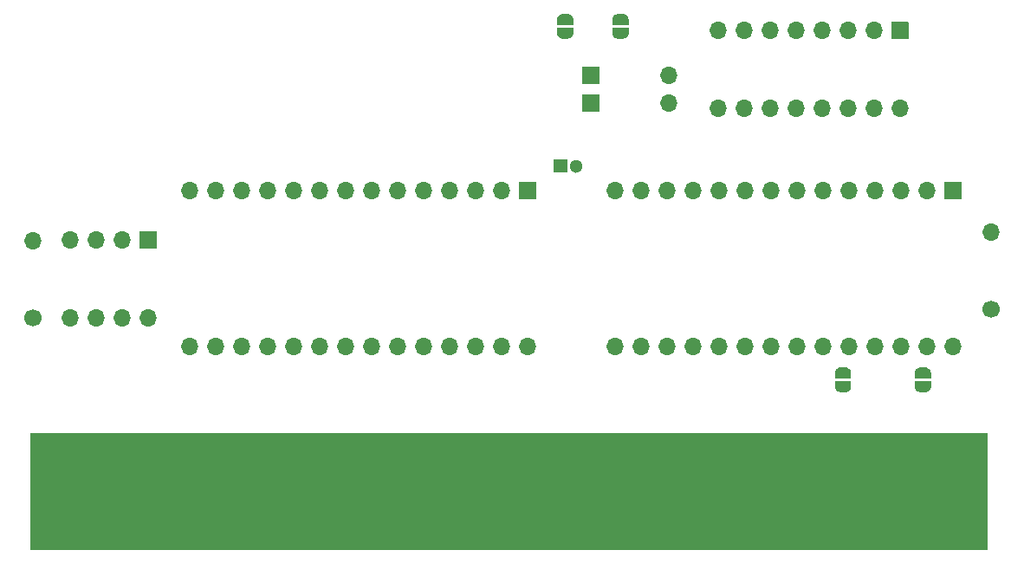
<source format=gts>
G04 #@! TF.GenerationSoftware,KiCad,Pcbnew,(5.1.9)-1*
G04 #@! TF.CreationDate,2022-04-26T12:58:29-07:00*
G04 #@! TF.ProjectId,NES-CN-ROM-256-05,4e45532d-434e-42d5-924f-4d2d3235362d,v01*
G04 #@! TF.SameCoordinates,Original*
G04 #@! TF.FileFunction,Soldermask,Top*
G04 #@! TF.FilePolarity,Negative*
%FSLAX46Y46*%
G04 Gerber Fmt 4.6, Leading zero omitted, Abs format (unit mm)*
G04 Created by KiCad (PCBNEW (5.1.9)-1) date 2022-04-26 12:58:29*
%MOMM*%
%LPD*%
G01*
G04 APERTURE LIST*
%ADD10C,0.100000*%
%ADD11C,1.300000*%
%ADD12O,1.700000X1.700000*%
%ADD13C,1.700000*%
G04 APERTURE END LIST*
D10*
G36*
X210000000Y-125000000D02*
G01*
X116500000Y-125000000D01*
X116500000Y-113700000D01*
X210000000Y-113700000D01*
X210000000Y-125000000D01*
G37*
X210000000Y-125000000D02*
X116500000Y-125000000D01*
X116500000Y-113700000D01*
X210000000Y-113700000D01*
X210000000Y-125000000D01*
G36*
G01*
X167700000Y-88150000D02*
X167700000Y-86950000D01*
G75*
G02*
X167750000Y-86900000I50000J0D01*
G01*
X168950000Y-86900000D01*
G75*
G02*
X169000000Y-86950000I0J-50000D01*
G01*
X169000000Y-88150000D01*
G75*
G02*
X168950000Y-88200000I-50000J0D01*
G01*
X167750000Y-88200000D01*
G75*
G02*
X167700000Y-88150000I0J50000D01*
G01*
G37*
D11*
X169850000Y-87550000D03*
D12*
X116800000Y-94900000D03*
D13*
X116800000Y-102400000D03*
X210450000Y-101550000D03*
D12*
X210450000Y-94050000D03*
X178920000Y-78700000D03*
G36*
G01*
X170450000Y-79500000D02*
X170450000Y-77900000D01*
G75*
G02*
X170500000Y-77850000I50000J0D01*
G01*
X172100000Y-77850000D01*
G75*
G02*
X172150000Y-77900000I0J-50000D01*
G01*
X172150000Y-79500000D01*
G75*
G02*
X172100000Y-79550000I-50000J0D01*
G01*
X170500000Y-79550000D01*
G75*
G02*
X170450000Y-79500000I0J50000D01*
G01*
G37*
G36*
G01*
X170450000Y-82200000D02*
X170450000Y-80600000D01*
G75*
G02*
X170500000Y-80550000I50000J0D01*
G01*
X172100000Y-80550000D01*
G75*
G02*
X172150000Y-80600000I0J-50000D01*
G01*
X172150000Y-82200000D01*
G75*
G02*
X172100000Y-82250000I-50000J0D01*
G01*
X170500000Y-82250000D01*
G75*
G02*
X170450000Y-82200000I0J50000D01*
G01*
G37*
X178920000Y-81400000D03*
X201500000Y-81920000D03*
X183720000Y-74300000D03*
X198960000Y-81920000D03*
X186260000Y-74300000D03*
X196420000Y-81920000D03*
X188800000Y-74300000D03*
X193880000Y-81920000D03*
X191340000Y-74300000D03*
X191340000Y-81920000D03*
X193880000Y-74300000D03*
X188800000Y-81920000D03*
X196420000Y-74300000D03*
X186260000Y-81920000D03*
X198960000Y-74300000D03*
X183720000Y-81920000D03*
G36*
G01*
X200700000Y-73450000D02*
X202300000Y-73450000D01*
G75*
G02*
X202350000Y-73500000I0J-50000D01*
G01*
X202350000Y-75100000D01*
G75*
G02*
X202300000Y-75150000I-50000J0D01*
G01*
X200700000Y-75150000D01*
G75*
G02*
X200650000Y-75100000I0J50000D01*
G01*
X200650000Y-73500000D01*
G75*
G02*
X200700000Y-73450000I50000J0D01*
G01*
G37*
G36*
G01*
X127250000Y-93900000D02*
X128850000Y-93900000D01*
G75*
G02*
X128900000Y-93950000I0J-50000D01*
G01*
X128900000Y-95550000D01*
G75*
G02*
X128850000Y-95600000I-50000J0D01*
G01*
X127250000Y-95600000D01*
G75*
G02*
X127200000Y-95550000I0J50000D01*
G01*
X127200000Y-93950000D01*
G75*
G02*
X127250000Y-93900000I50000J0D01*
G01*
G37*
X120430000Y-102370000D03*
X125510000Y-94750000D03*
X122970000Y-102370000D03*
X122970000Y-94750000D03*
X125510000Y-102370000D03*
X120430000Y-94750000D03*
X128050000Y-102370000D03*
G36*
G01*
X164350000Y-89100000D02*
X165950000Y-89100000D01*
G75*
G02*
X166000000Y-89150000I0J-50000D01*
G01*
X166000000Y-90750000D01*
G75*
G02*
X165950000Y-90800000I-50000J0D01*
G01*
X164350000Y-90800000D01*
G75*
G02*
X164300000Y-90750000I0J50000D01*
G01*
X164300000Y-89150000D01*
G75*
G02*
X164350000Y-89100000I50000J0D01*
G01*
G37*
X132130000Y-105190000D03*
X162610000Y-89950000D03*
X134670000Y-105190000D03*
X160070000Y-89950000D03*
X137210000Y-105190000D03*
X157530000Y-89950000D03*
X139750000Y-105190000D03*
X154990000Y-89950000D03*
X142290000Y-105190000D03*
X152450000Y-89950000D03*
X144830000Y-105190000D03*
X149910000Y-89950000D03*
X147370000Y-105190000D03*
X147370000Y-89950000D03*
X149910000Y-105190000D03*
X144830000Y-89950000D03*
X152450000Y-105190000D03*
X142290000Y-89950000D03*
X154990000Y-105190000D03*
X139750000Y-89950000D03*
X157530000Y-105190000D03*
X137210000Y-89950000D03*
X160070000Y-105190000D03*
X134670000Y-89950000D03*
X162610000Y-105190000D03*
X132130000Y-89950000D03*
X165150000Y-105190000D03*
X206720000Y-105190000D03*
X173700000Y-89950000D03*
X204180000Y-105190000D03*
X176240000Y-89950000D03*
X201640000Y-105190000D03*
X178780000Y-89950000D03*
X199100000Y-105190000D03*
X181320000Y-89950000D03*
X196560000Y-105190000D03*
X183860000Y-89950000D03*
X194020000Y-105190000D03*
X186400000Y-89950000D03*
X191480000Y-105190000D03*
X188940000Y-89950000D03*
X188940000Y-105190000D03*
X191480000Y-89950000D03*
X186400000Y-105190000D03*
X194020000Y-89950000D03*
X183860000Y-105190000D03*
X196560000Y-89950000D03*
X181320000Y-105190000D03*
X199100000Y-89950000D03*
X178780000Y-105190000D03*
X201640000Y-89950000D03*
X176240000Y-105190000D03*
X204180000Y-89950000D03*
X173700000Y-105190000D03*
G36*
G01*
X205920000Y-89100000D02*
X207520000Y-89100000D01*
G75*
G02*
X207570000Y-89150000I0J-50000D01*
G01*
X207570000Y-90750000D01*
G75*
G02*
X207520000Y-90800000I-50000J0D01*
G01*
X205920000Y-90800000D01*
G75*
G02*
X205870000Y-90750000I0J50000D01*
G01*
X205870000Y-89150000D01*
G75*
G02*
X205920000Y-89100000I50000J0D01*
G01*
G37*
D10*
G36*
X195150602Y-107793889D02*
G01*
X195150602Y-107775466D01*
X195150843Y-107770565D01*
X195155653Y-107721734D01*
X195156373Y-107716881D01*
X195165945Y-107668756D01*
X195167137Y-107663995D01*
X195181381Y-107617040D01*
X195183034Y-107612421D01*
X195201811Y-107567088D01*
X195203909Y-107562651D01*
X195227040Y-107519378D01*
X195229562Y-107515171D01*
X195256822Y-107474372D01*
X195259746Y-107470430D01*
X195290874Y-107432501D01*
X195294169Y-107428866D01*
X195328866Y-107394169D01*
X195332501Y-107390874D01*
X195370430Y-107359746D01*
X195374372Y-107356822D01*
X195415171Y-107329562D01*
X195419378Y-107327040D01*
X195462651Y-107303909D01*
X195467088Y-107301811D01*
X195512421Y-107283034D01*
X195517040Y-107281381D01*
X195563995Y-107267137D01*
X195568756Y-107265945D01*
X195616881Y-107256373D01*
X195621734Y-107255653D01*
X195670565Y-107250843D01*
X195675466Y-107250602D01*
X195693889Y-107250602D01*
X195700000Y-107250000D01*
X196200000Y-107250000D01*
X196206111Y-107250602D01*
X196224534Y-107250602D01*
X196229435Y-107250843D01*
X196278266Y-107255653D01*
X196283119Y-107256373D01*
X196331244Y-107265945D01*
X196336005Y-107267137D01*
X196382960Y-107281381D01*
X196387579Y-107283034D01*
X196432912Y-107301811D01*
X196437349Y-107303909D01*
X196480622Y-107327040D01*
X196484829Y-107329562D01*
X196525628Y-107356822D01*
X196529570Y-107359746D01*
X196567499Y-107390874D01*
X196571134Y-107394169D01*
X196605831Y-107428866D01*
X196609126Y-107432501D01*
X196640254Y-107470430D01*
X196643178Y-107474372D01*
X196670438Y-107515171D01*
X196672960Y-107519378D01*
X196696091Y-107562651D01*
X196698189Y-107567088D01*
X196716966Y-107612421D01*
X196718619Y-107617040D01*
X196732863Y-107663995D01*
X196734055Y-107668756D01*
X196743627Y-107716881D01*
X196744347Y-107721734D01*
X196749157Y-107770565D01*
X196749398Y-107775466D01*
X196749398Y-107793889D01*
X196750000Y-107800000D01*
X196750000Y-108300000D01*
X196749039Y-108309755D01*
X196746194Y-108319134D01*
X196741573Y-108327779D01*
X196735355Y-108335355D01*
X196727779Y-108341573D01*
X196719134Y-108346194D01*
X196709755Y-108349039D01*
X196700000Y-108350000D01*
X195200000Y-108350000D01*
X195190245Y-108349039D01*
X195180866Y-108346194D01*
X195172221Y-108341573D01*
X195164645Y-108335355D01*
X195158427Y-108327779D01*
X195153806Y-108319134D01*
X195150961Y-108309755D01*
X195150000Y-108300000D01*
X195150000Y-107800000D01*
X195150602Y-107793889D01*
G37*
G36*
X195150961Y-108590245D02*
G01*
X195153806Y-108580866D01*
X195158427Y-108572221D01*
X195164645Y-108564645D01*
X195172221Y-108558427D01*
X195180866Y-108553806D01*
X195190245Y-108550961D01*
X195200000Y-108550000D01*
X196700000Y-108550000D01*
X196709755Y-108550961D01*
X196719134Y-108553806D01*
X196727779Y-108558427D01*
X196735355Y-108564645D01*
X196741573Y-108572221D01*
X196746194Y-108580866D01*
X196749039Y-108590245D01*
X196750000Y-108600000D01*
X196750000Y-109100000D01*
X196749398Y-109106111D01*
X196749398Y-109124534D01*
X196749157Y-109129435D01*
X196744347Y-109178266D01*
X196743627Y-109183119D01*
X196734055Y-109231244D01*
X196732863Y-109236005D01*
X196718619Y-109282960D01*
X196716966Y-109287579D01*
X196698189Y-109332912D01*
X196696091Y-109337349D01*
X196672960Y-109380622D01*
X196670438Y-109384829D01*
X196643178Y-109425628D01*
X196640254Y-109429570D01*
X196609126Y-109467499D01*
X196605831Y-109471134D01*
X196571134Y-109505831D01*
X196567499Y-109509126D01*
X196529570Y-109540254D01*
X196525628Y-109543178D01*
X196484829Y-109570438D01*
X196480622Y-109572960D01*
X196437349Y-109596091D01*
X196432912Y-109598189D01*
X196387579Y-109616966D01*
X196382960Y-109618619D01*
X196336005Y-109632863D01*
X196331244Y-109634055D01*
X196283119Y-109643627D01*
X196278266Y-109644347D01*
X196229435Y-109649157D01*
X196224534Y-109649398D01*
X196206111Y-109649398D01*
X196200000Y-109650000D01*
X195700000Y-109650000D01*
X195693889Y-109649398D01*
X195675466Y-109649398D01*
X195670565Y-109649157D01*
X195621734Y-109644347D01*
X195616881Y-109643627D01*
X195568756Y-109634055D01*
X195563995Y-109632863D01*
X195517040Y-109618619D01*
X195512421Y-109616966D01*
X195467088Y-109598189D01*
X195462651Y-109596091D01*
X195419378Y-109572960D01*
X195415171Y-109570438D01*
X195374372Y-109543178D01*
X195370430Y-109540254D01*
X195332501Y-109509126D01*
X195328866Y-109505831D01*
X195294169Y-109471134D01*
X195290874Y-109467499D01*
X195259746Y-109429570D01*
X195256822Y-109425628D01*
X195229562Y-109384829D01*
X195227040Y-109380622D01*
X195203909Y-109337349D01*
X195201811Y-109332912D01*
X195183034Y-109287579D01*
X195181381Y-109282960D01*
X195167137Y-109236005D01*
X195165945Y-109231244D01*
X195156373Y-109183119D01*
X195155653Y-109178266D01*
X195150843Y-109129435D01*
X195150602Y-109124534D01*
X195150602Y-109106111D01*
X195150000Y-109100000D01*
X195150000Y-108600000D01*
X195150961Y-108590245D01*
G37*
G36*
X202950961Y-108590245D02*
G01*
X202953806Y-108580866D01*
X202958427Y-108572221D01*
X202964645Y-108564645D01*
X202972221Y-108558427D01*
X202980866Y-108553806D01*
X202990245Y-108550961D01*
X203000000Y-108550000D01*
X204500000Y-108550000D01*
X204509755Y-108550961D01*
X204519134Y-108553806D01*
X204527779Y-108558427D01*
X204535355Y-108564645D01*
X204541573Y-108572221D01*
X204546194Y-108580866D01*
X204549039Y-108590245D01*
X204550000Y-108600000D01*
X204550000Y-109100000D01*
X204549398Y-109106111D01*
X204549398Y-109124534D01*
X204549157Y-109129435D01*
X204544347Y-109178266D01*
X204543627Y-109183119D01*
X204534055Y-109231244D01*
X204532863Y-109236005D01*
X204518619Y-109282960D01*
X204516966Y-109287579D01*
X204498189Y-109332912D01*
X204496091Y-109337349D01*
X204472960Y-109380622D01*
X204470438Y-109384829D01*
X204443178Y-109425628D01*
X204440254Y-109429570D01*
X204409126Y-109467499D01*
X204405831Y-109471134D01*
X204371134Y-109505831D01*
X204367499Y-109509126D01*
X204329570Y-109540254D01*
X204325628Y-109543178D01*
X204284829Y-109570438D01*
X204280622Y-109572960D01*
X204237349Y-109596091D01*
X204232912Y-109598189D01*
X204187579Y-109616966D01*
X204182960Y-109618619D01*
X204136005Y-109632863D01*
X204131244Y-109634055D01*
X204083119Y-109643627D01*
X204078266Y-109644347D01*
X204029435Y-109649157D01*
X204024534Y-109649398D01*
X204006111Y-109649398D01*
X204000000Y-109650000D01*
X203500000Y-109650000D01*
X203493889Y-109649398D01*
X203475466Y-109649398D01*
X203470565Y-109649157D01*
X203421734Y-109644347D01*
X203416881Y-109643627D01*
X203368756Y-109634055D01*
X203363995Y-109632863D01*
X203317040Y-109618619D01*
X203312421Y-109616966D01*
X203267088Y-109598189D01*
X203262651Y-109596091D01*
X203219378Y-109572960D01*
X203215171Y-109570438D01*
X203174372Y-109543178D01*
X203170430Y-109540254D01*
X203132501Y-109509126D01*
X203128866Y-109505831D01*
X203094169Y-109471134D01*
X203090874Y-109467499D01*
X203059746Y-109429570D01*
X203056822Y-109425628D01*
X203029562Y-109384829D01*
X203027040Y-109380622D01*
X203003909Y-109337349D01*
X203001811Y-109332912D01*
X202983034Y-109287579D01*
X202981381Y-109282960D01*
X202967137Y-109236005D01*
X202965945Y-109231244D01*
X202956373Y-109183119D01*
X202955653Y-109178266D01*
X202950843Y-109129435D01*
X202950602Y-109124534D01*
X202950602Y-109106111D01*
X202950000Y-109100000D01*
X202950000Y-108600000D01*
X202950961Y-108590245D01*
G37*
G36*
X202950602Y-107793889D02*
G01*
X202950602Y-107775466D01*
X202950843Y-107770565D01*
X202955653Y-107721734D01*
X202956373Y-107716881D01*
X202965945Y-107668756D01*
X202967137Y-107663995D01*
X202981381Y-107617040D01*
X202983034Y-107612421D01*
X203001811Y-107567088D01*
X203003909Y-107562651D01*
X203027040Y-107519378D01*
X203029562Y-107515171D01*
X203056822Y-107474372D01*
X203059746Y-107470430D01*
X203090874Y-107432501D01*
X203094169Y-107428866D01*
X203128866Y-107394169D01*
X203132501Y-107390874D01*
X203170430Y-107359746D01*
X203174372Y-107356822D01*
X203215171Y-107329562D01*
X203219378Y-107327040D01*
X203262651Y-107303909D01*
X203267088Y-107301811D01*
X203312421Y-107283034D01*
X203317040Y-107281381D01*
X203363995Y-107267137D01*
X203368756Y-107265945D01*
X203416881Y-107256373D01*
X203421734Y-107255653D01*
X203470565Y-107250843D01*
X203475466Y-107250602D01*
X203493889Y-107250602D01*
X203500000Y-107250000D01*
X204000000Y-107250000D01*
X204006111Y-107250602D01*
X204024534Y-107250602D01*
X204029435Y-107250843D01*
X204078266Y-107255653D01*
X204083119Y-107256373D01*
X204131244Y-107265945D01*
X204136005Y-107267137D01*
X204182960Y-107281381D01*
X204187579Y-107283034D01*
X204232912Y-107301811D01*
X204237349Y-107303909D01*
X204280622Y-107327040D01*
X204284829Y-107329562D01*
X204325628Y-107356822D01*
X204329570Y-107359746D01*
X204367499Y-107390874D01*
X204371134Y-107394169D01*
X204405831Y-107428866D01*
X204409126Y-107432501D01*
X204440254Y-107470430D01*
X204443178Y-107474372D01*
X204470438Y-107515171D01*
X204472960Y-107519378D01*
X204496091Y-107562651D01*
X204498189Y-107567088D01*
X204516966Y-107612421D01*
X204518619Y-107617040D01*
X204532863Y-107663995D01*
X204534055Y-107668756D01*
X204543627Y-107716881D01*
X204544347Y-107721734D01*
X204549157Y-107770565D01*
X204549398Y-107775466D01*
X204549398Y-107793889D01*
X204550000Y-107800000D01*
X204550000Y-108300000D01*
X204549039Y-108309755D01*
X204546194Y-108319134D01*
X204541573Y-108327779D01*
X204535355Y-108335355D01*
X204527779Y-108341573D01*
X204519134Y-108346194D01*
X204509755Y-108349039D01*
X204500000Y-108350000D01*
X203000000Y-108350000D01*
X202990245Y-108349039D01*
X202980866Y-108346194D01*
X202972221Y-108341573D01*
X202964645Y-108335355D01*
X202958427Y-108327779D01*
X202953806Y-108319134D01*
X202950961Y-108309755D01*
X202950000Y-108300000D01*
X202950000Y-107800000D01*
X202950602Y-107793889D01*
G37*
G36*
X168000961Y-74040245D02*
G01*
X168003806Y-74030866D01*
X168008427Y-74022221D01*
X168014645Y-74014645D01*
X168022221Y-74008427D01*
X168030866Y-74003806D01*
X168040245Y-74000961D01*
X168050000Y-74000000D01*
X169550000Y-74000000D01*
X169559755Y-74000961D01*
X169569134Y-74003806D01*
X169577779Y-74008427D01*
X169585355Y-74014645D01*
X169591573Y-74022221D01*
X169596194Y-74030866D01*
X169599039Y-74040245D01*
X169600000Y-74050000D01*
X169600000Y-74550000D01*
X169599398Y-74556111D01*
X169599398Y-74574534D01*
X169599157Y-74579435D01*
X169594347Y-74628266D01*
X169593627Y-74633119D01*
X169584055Y-74681244D01*
X169582863Y-74686005D01*
X169568619Y-74732960D01*
X169566966Y-74737579D01*
X169548189Y-74782912D01*
X169546091Y-74787349D01*
X169522960Y-74830622D01*
X169520438Y-74834829D01*
X169493178Y-74875628D01*
X169490254Y-74879570D01*
X169459126Y-74917499D01*
X169455831Y-74921134D01*
X169421134Y-74955831D01*
X169417499Y-74959126D01*
X169379570Y-74990254D01*
X169375628Y-74993178D01*
X169334829Y-75020438D01*
X169330622Y-75022960D01*
X169287349Y-75046091D01*
X169282912Y-75048189D01*
X169237579Y-75066966D01*
X169232960Y-75068619D01*
X169186005Y-75082863D01*
X169181244Y-75084055D01*
X169133119Y-75093627D01*
X169128266Y-75094347D01*
X169079435Y-75099157D01*
X169074534Y-75099398D01*
X169056111Y-75099398D01*
X169050000Y-75100000D01*
X168550000Y-75100000D01*
X168543889Y-75099398D01*
X168525466Y-75099398D01*
X168520565Y-75099157D01*
X168471734Y-75094347D01*
X168466881Y-75093627D01*
X168418756Y-75084055D01*
X168413995Y-75082863D01*
X168367040Y-75068619D01*
X168362421Y-75066966D01*
X168317088Y-75048189D01*
X168312651Y-75046091D01*
X168269378Y-75022960D01*
X168265171Y-75020438D01*
X168224372Y-74993178D01*
X168220430Y-74990254D01*
X168182501Y-74959126D01*
X168178866Y-74955831D01*
X168144169Y-74921134D01*
X168140874Y-74917499D01*
X168109746Y-74879570D01*
X168106822Y-74875628D01*
X168079562Y-74834829D01*
X168077040Y-74830622D01*
X168053909Y-74787349D01*
X168051811Y-74782912D01*
X168033034Y-74737579D01*
X168031381Y-74732960D01*
X168017137Y-74686005D01*
X168015945Y-74681244D01*
X168006373Y-74633119D01*
X168005653Y-74628266D01*
X168000843Y-74579435D01*
X168000602Y-74574534D01*
X168000602Y-74556111D01*
X168000000Y-74550000D01*
X168000000Y-74050000D01*
X168000961Y-74040245D01*
G37*
G36*
X168000602Y-73243889D02*
G01*
X168000602Y-73225466D01*
X168000843Y-73220565D01*
X168005653Y-73171734D01*
X168006373Y-73166881D01*
X168015945Y-73118756D01*
X168017137Y-73113995D01*
X168031381Y-73067040D01*
X168033034Y-73062421D01*
X168051811Y-73017088D01*
X168053909Y-73012651D01*
X168077040Y-72969378D01*
X168079562Y-72965171D01*
X168106822Y-72924372D01*
X168109746Y-72920430D01*
X168140874Y-72882501D01*
X168144169Y-72878866D01*
X168178866Y-72844169D01*
X168182501Y-72840874D01*
X168220430Y-72809746D01*
X168224372Y-72806822D01*
X168265171Y-72779562D01*
X168269378Y-72777040D01*
X168312651Y-72753909D01*
X168317088Y-72751811D01*
X168362421Y-72733034D01*
X168367040Y-72731381D01*
X168413995Y-72717137D01*
X168418756Y-72715945D01*
X168466881Y-72706373D01*
X168471734Y-72705653D01*
X168520565Y-72700843D01*
X168525466Y-72700602D01*
X168543889Y-72700602D01*
X168550000Y-72700000D01*
X169050000Y-72700000D01*
X169056111Y-72700602D01*
X169074534Y-72700602D01*
X169079435Y-72700843D01*
X169128266Y-72705653D01*
X169133119Y-72706373D01*
X169181244Y-72715945D01*
X169186005Y-72717137D01*
X169232960Y-72731381D01*
X169237579Y-72733034D01*
X169282912Y-72751811D01*
X169287349Y-72753909D01*
X169330622Y-72777040D01*
X169334829Y-72779562D01*
X169375628Y-72806822D01*
X169379570Y-72809746D01*
X169417499Y-72840874D01*
X169421134Y-72844169D01*
X169455831Y-72878866D01*
X169459126Y-72882501D01*
X169490254Y-72920430D01*
X169493178Y-72924372D01*
X169520438Y-72965171D01*
X169522960Y-72969378D01*
X169546091Y-73012651D01*
X169548189Y-73017088D01*
X169566966Y-73062421D01*
X169568619Y-73067040D01*
X169582863Y-73113995D01*
X169584055Y-73118756D01*
X169593627Y-73166881D01*
X169594347Y-73171734D01*
X169599157Y-73220565D01*
X169599398Y-73225466D01*
X169599398Y-73243889D01*
X169600000Y-73250000D01*
X169600000Y-73750000D01*
X169599039Y-73759755D01*
X169596194Y-73769134D01*
X169591573Y-73777779D01*
X169585355Y-73785355D01*
X169577779Y-73791573D01*
X169569134Y-73796194D01*
X169559755Y-73799039D01*
X169550000Y-73800000D01*
X168050000Y-73800000D01*
X168040245Y-73799039D01*
X168030866Y-73796194D01*
X168022221Y-73791573D01*
X168014645Y-73785355D01*
X168008427Y-73777779D01*
X168003806Y-73769134D01*
X168000961Y-73759755D01*
X168000000Y-73750000D01*
X168000000Y-73250000D01*
X168000602Y-73243889D01*
G37*
G36*
X173400961Y-74040245D02*
G01*
X173403806Y-74030866D01*
X173408427Y-74022221D01*
X173414645Y-74014645D01*
X173422221Y-74008427D01*
X173430866Y-74003806D01*
X173440245Y-74000961D01*
X173450000Y-74000000D01*
X174950000Y-74000000D01*
X174959755Y-74000961D01*
X174969134Y-74003806D01*
X174977779Y-74008427D01*
X174985355Y-74014645D01*
X174991573Y-74022221D01*
X174996194Y-74030866D01*
X174999039Y-74040245D01*
X175000000Y-74050000D01*
X175000000Y-74550000D01*
X174999398Y-74556111D01*
X174999398Y-74574534D01*
X174999157Y-74579435D01*
X174994347Y-74628266D01*
X174993627Y-74633119D01*
X174984055Y-74681244D01*
X174982863Y-74686005D01*
X174968619Y-74732960D01*
X174966966Y-74737579D01*
X174948189Y-74782912D01*
X174946091Y-74787349D01*
X174922960Y-74830622D01*
X174920438Y-74834829D01*
X174893178Y-74875628D01*
X174890254Y-74879570D01*
X174859126Y-74917499D01*
X174855831Y-74921134D01*
X174821134Y-74955831D01*
X174817499Y-74959126D01*
X174779570Y-74990254D01*
X174775628Y-74993178D01*
X174734829Y-75020438D01*
X174730622Y-75022960D01*
X174687349Y-75046091D01*
X174682912Y-75048189D01*
X174637579Y-75066966D01*
X174632960Y-75068619D01*
X174586005Y-75082863D01*
X174581244Y-75084055D01*
X174533119Y-75093627D01*
X174528266Y-75094347D01*
X174479435Y-75099157D01*
X174474534Y-75099398D01*
X174456111Y-75099398D01*
X174450000Y-75100000D01*
X173950000Y-75100000D01*
X173943889Y-75099398D01*
X173925466Y-75099398D01*
X173920565Y-75099157D01*
X173871734Y-75094347D01*
X173866881Y-75093627D01*
X173818756Y-75084055D01*
X173813995Y-75082863D01*
X173767040Y-75068619D01*
X173762421Y-75066966D01*
X173717088Y-75048189D01*
X173712651Y-75046091D01*
X173669378Y-75022960D01*
X173665171Y-75020438D01*
X173624372Y-74993178D01*
X173620430Y-74990254D01*
X173582501Y-74959126D01*
X173578866Y-74955831D01*
X173544169Y-74921134D01*
X173540874Y-74917499D01*
X173509746Y-74879570D01*
X173506822Y-74875628D01*
X173479562Y-74834829D01*
X173477040Y-74830622D01*
X173453909Y-74787349D01*
X173451811Y-74782912D01*
X173433034Y-74737579D01*
X173431381Y-74732960D01*
X173417137Y-74686005D01*
X173415945Y-74681244D01*
X173406373Y-74633119D01*
X173405653Y-74628266D01*
X173400843Y-74579435D01*
X173400602Y-74574534D01*
X173400602Y-74556111D01*
X173400000Y-74550000D01*
X173400000Y-74050000D01*
X173400961Y-74040245D01*
G37*
G36*
X173400602Y-73243889D02*
G01*
X173400602Y-73225466D01*
X173400843Y-73220565D01*
X173405653Y-73171734D01*
X173406373Y-73166881D01*
X173415945Y-73118756D01*
X173417137Y-73113995D01*
X173431381Y-73067040D01*
X173433034Y-73062421D01*
X173451811Y-73017088D01*
X173453909Y-73012651D01*
X173477040Y-72969378D01*
X173479562Y-72965171D01*
X173506822Y-72924372D01*
X173509746Y-72920430D01*
X173540874Y-72882501D01*
X173544169Y-72878866D01*
X173578866Y-72844169D01*
X173582501Y-72840874D01*
X173620430Y-72809746D01*
X173624372Y-72806822D01*
X173665171Y-72779562D01*
X173669378Y-72777040D01*
X173712651Y-72753909D01*
X173717088Y-72751811D01*
X173762421Y-72733034D01*
X173767040Y-72731381D01*
X173813995Y-72717137D01*
X173818756Y-72715945D01*
X173866881Y-72706373D01*
X173871734Y-72705653D01*
X173920565Y-72700843D01*
X173925466Y-72700602D01*
X173943889Y-72700602D01*
X173950000Y-72700000D01*
X174450000Y-72700000D01*
X174456111Y-72700602D01*
X174474534Y-72700602D01*
X174479435Y-72700843D01*
X174528266Y-72705653D01*
X174533119Y-72706373D01*
X174581244Y-72715945D01*
X174586005Y-72717137D01*
X174632960Y-72731381D01*
X174637579Y-72733034D01*
X174682912Y-72751811D01*
X174687349Y-72753909D01*
X174730622Y-72777040D01*
X174734829Y-72779562D01*
X174775628Y-72806822D01*
X174779570Y-72809746D01*
X174817499Y-72840874D01*
X174821134Y-72844169D01*
X174855831Y-72878866D01*
X174859126Y-72882501D01*
X174890254Y-72920430D01*
X174893178Y-72924372D01*
X174920438Y-72965171D01*
X174922960Y-72969378D01*
X174946091Y-73012651D01*
X174948189Y-73017088D01*
X174966966Y-73062421D01*
X174968619Y-73067040D01*
X174982863Y-73113995D01*
X174984055Y-73118756D01*
X174993627Y-73166881D01*
X174994347Y-73171734D01*
X174999157Y-73220565D01*
X174999398Y-73225466D01*
X174999398Y-73243889D01*
X175000000Y-73250000D01*
X175000000Y-73750000D01*
X174999039Y-73759755D01*
X174996194Y-73769134D01*
X174991573Y-73777779D01*
X174985355Y-73785355D01*
X174977779Y-73791573D01*
X174969134Y-73796194D01*
X174959755Y-73799039D01*
X174950000Y-73800000D01*
X173450000Y-73800000D01*
X173440245Y-73799039D01*
X173430866Y-73796194D01*
X173422221Y-73791573D01*
X173414645Y-73785355D01*
X173408427Y-73777779D01*
X173403806Y-73769134D01*
X173400961Y-73759755D01*
X173400000Y-73750000D01*
X173400000Y-73250000D01*
X173400602Y-73243889D01*
G37*
M02*

</source>
